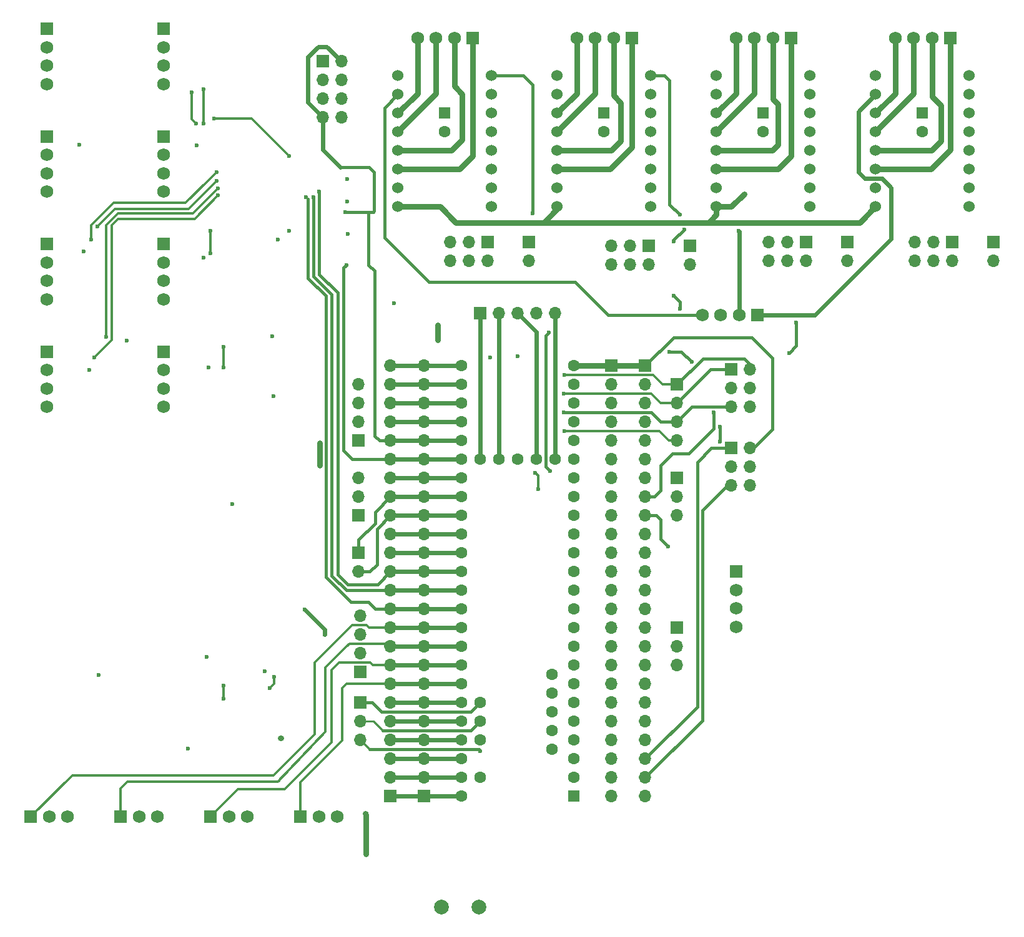
<source format=gbr>
G04 #@! TF.FileFunction,Copper,L4,Bot,Signal*
%FSLAX46Y46*%
G04 Gerber Fmt 4.6, Leading zero omitted, Abs format (unit mm)*
G04 Created by KiCad (PCBNEW 4.0.7-e2-6376~61~ubuntu18.04.1) date Fri Mar 15 16:23:44 2019*
%MOMM*%
%LPD*%
G01*
G04 APERTURE LIST*
%ADD10C,0.100000*%
%ADD11R,1.600000X1.600000*%
%ADD12C,1.600000*%
%ADD13R,1.700000X1.700000*%
%ADD14O,1.700000X1.700000*%
%ADD15C,1.524000*%
%ADD16R,1.750000X1.750000*%
%ADD17C,1.750000*%
%ADD18C,2.000000*%
%ADD19C,0.600000*%
%ADD20C,0.750000*%
%ADD21C,0.400000*%
%ADD22C,0.600000*%
%ADD23C,0.350000*%
%ADD24C,0.250000*%
%ADD25C,0.300000*%
G04 APERTURE END LIST*
D10*
D11*
X154700000Y-50210000D03*
D12*
X154700000Y-52710000D03*
D11*
X111520000Y-50210000D03*
D12*
X111520000Y-52710000D03*
D11*
X89930000Y-50210000D03*
D12*
X89930000Y-52710000D03*
D11*
X133110000Y-50210000D03*
D12*
X133110000Y-52710000D03*
D13*
X128792000Y-95676000D03*
D14*
X131332000Y-95676000D03*
X128792000Y-98216000D03*
X131332000Y-98216000D03*
X128792000Y-100756000D03*
X131332000Y-100756000D03*
D13*
X128792000Y-85008000D03*
D14*
X131332000Y-85008000D03*
X128792000Y-87548000D03*
X131332000Y-87548000D03*
X128792000Y-90088000D03*
X131332000Y-90088000D03*
D13*
X78246000Y-109900000D03*
D14*
X78246000Y-112440000D03*
D13*
X94756000Y-77388000D03*
D14*
X97296000Y-77388000D03*
X99836000Y-77388000D03*
X102376000Y-77388000D03*
X104916000Y-77388000D03*
D13*
X78246000Y-104820000D03*
D14*
X78246000Y-102280000D03*
X78246000Y-99740000D03*
D13*
X121426000Y-120060000D03*
D14*
X121426000Y-122600000D03*
X121426000Y-125140000D03*
D13*
X78500000Y-130220000D03*
D14*
X78500000Y-132760000D03*
X78500000Y-135300000D03*
D13*
X78500000Y-126029000D03*
D14*
X78500000Y-123489000D03*
X78500000Y-120949000D03*
X78500000Y-118409000D03*
D13*
X121426000Y-99740000D03*
D14*
X121426000Y-102280000D03*
X121426000Y-104820000D03*
D13*
X78246000Y-94660000D03*
D14*
X78246000Y-92120000D03*
X78246000Y-89580000D03*
X78246000Y-87040000D03*
D13*
X121426000Y-87040000D03*
D14*
X121426000Y-89580000D03*
X121426000Y-92120000D03*
X121426000Y-94660000D03*
D13*
X158764000Y-67736000D03*
D14*
X158764000Y-70276000D03*
X156224000Y-67736000D03*
X156224000Y-70276000D03*
X153684000Y-67736000D03*
X153684000Y-70276000D03*
D13*
X138952000Y-67736000D03*
D14*
X138952000Y-70276000D03*
X136412000Y-67736000D03*
X136412000Y-70276000D03*
X133872000Y-67736000D03*
X133872000Y-70276000D03*
D13*
X117616000Y-68244000D03*
D14*
X117616000Y-70784000D03*
X115076000Y-68244000D03*
X115076000Y-70784000D03*
X112536000Y-68244000D03*
X112536000Y-70784000D03*
D13*
X95772000Y-67736000D03*
D14*
X95772000Y-70276000D03*
X93232000Y-67736000D03*
X93232000Y-70276000D03*
X90692000Y-67736000D03*
X90692000Y-70276000D03*
D13*
X164352000Y-67736000D03*
D14*
X164352000Y-70276000D03*
D13*
X144540000Y-67736000D03*
D14*
X144540000Y-70276000D03*
D13*
X123204000Y-68244000D03*
D14*
X123204000Y-70784000D03*
D13*
X101360000Y-67736000D03*
D14*
X101360000Y-70276000D03*
D12*
X107456000Y-102280000D03*
X107456000Y-99740000D03*
X107456000Y-97200000D03*
X107456000Y-94660000D03*
X107456000Y-104820000D03*
X107456000Y-107360000D03*
X107456000Y-109900000D03*
X107456000Y-92120000D03*
X107456000Y-89580000D03*
X107456000Y-87040000D03*
X107456000Y-84500000D03*
X104916000Y-97200000D03*
X102376000Y-97200000D03*
X99836000Y-97200000D03*
X97296000Y-97200000D03*
X94756000Y-97200000D03*
X92216000Y-84500000D03*
X92216000Y-87040000D03*
X92216000Y-89580000D03*
X92216000Y-92120000D03*
X92216000Y-94660000D03*
X92216000Y-97200000D03*
X92216000Y-99740000D03*
X92216000Y-102280000D03*
X107456000Y-112440000D03*
X107456000Y-114980000D03*
X107456000Y-117520000D03*
X107456000Y-120060000D03*
X107456000Y-122600000D03*
X107456000Y-125140000D03*
X107456000Y-127680000D03*
X107456000Y-130220000D03*
X107456000Y-132760000D03*
X107456000Y-135300000D03*
X107456000Y-137840000D03*
X107456000Y-140380000D03*
D11*
X107456000Y-142920000D03*
D12*
X92216000Y-104820000D03*
X92216000Y-107360000D03*
X92216000Y-109900000D03*
X92216000Y-112440000D03*
X92216000Y-114980000D03*
X92216000Y-117520000D03*
X92216000Y-120060000D03*
X92216000Y-122600000D03*
X92216000Y-125140000D03*
X92216000Y-127680000D03*
X92216000Y-130220000D03*
X92216000Y-132760000D03*
X92216000Y-135300000D03*
X92216000Y-137840000D03*
X92216000Y-140380000D03*
X92216000Y-142920000D03*
X94756000Y-140380000D03*
X94756000Y-135300000D03*
X94756000Y-132760000D03*
X94756000Y-130220000D03*
X104456000Y-136570000D03*
X104456000Y-134030000D03*
X104456000Y-131490000D03*
X104456000Y-128950000D03*
X104456000Y-126410000D03*
D15*
X161050000Y-62910000D03*
X148350000Y-45130000D03*
X161050000Y-60370000D03*
X161050000Y-57830000D03*
X161050000Y-55290000D03*
X161050000Y-52750000D03*
X161050000Y-50210000D03*
X161050000Y-47670000D03*
X161050000Y-45130000D03*
X148350000Y-47670000D03*
X148350000Y-50210000D03*
X148350000Y-52750000D03*
X148350000Y-55290000D03*
X148350000Y-57830000D03*
X148350000Y-60370000D03*
X148350000Y-62910000D03*
X139460000Y-62910000D03*
X126760000Y-45130000D03*
X139460000Y-60370000D03*
X139460000Y-57830000D03*
X139460000Y-55290000D03*
X139460000Y-52750000D03*
X139460000Y-50210000D03*
X139460000Y-47670000D03*
X139460000Y-45130000D03*
X126760000Y-47670000D03*
X126760000Y-50210000D03*
X126760000Y-52750000D03*
X126760000Y-55290000D03*
X126760000Y-57830000D03*
X126760000Y-60370000D03*
X126760000Y-62910000D03*
X117870000Y-62910000D03*
X105170000Y-45130000D03*
X117870000Y-60370000D03*
X117870000Y-57830000D03*
X117870000Y-55290000D03*
X117870000Y-52750000D03*
X117870000Y-50210000D03*
X117870000Y-47670000D03*
X117870000Y-45130000D03*
X105170000Y-47670000D03*
X105170000Y-50210000D03*
X105170000Y-52750000D03*
X105170000Y-55290000D03*
X105170000Y-57830000D03*
X105170000Y-60370000D03*
X105170000Y-62910000D03*
X96280000Y-62910000D03*
X83580000Y-45130000D03*
X96280000Y-60370000D03*
X96280000Y-57830000D03*
X96280000Y-55290000D03*
X96280000Y-52750000D03*
X96280000Y-50210000D03*
X96280000Y-47670000D03*
X96280000Y-45130000D03*
X83580000Y-47670000D03*
X83580000Y-50210000D03*
X83580000Y-52750000D03*
X83580000Y-55290000D03*
X83580000Y-57830000D03*
X83580000Y-60370000D03*
X83580000Y-62910000D03*
D13*
X87136000Y-142920000D03*
D14*
X87136000Y-140380000D03*
X87136000Y-137840000D03*
X87136000Y-135300000D03*
X87136000Y-132760000D03*
X87136000Y-130220000D03*
X87136000Y-127680000D03*
X87136000Y-125140000D03*
X87136000Y-122600000D03*
X87136000Y-120060000D03*
X87136000Y-117520000D03*
X87136000Y-114980000D03*
X87136000Y-112440000D03*
X87136000Y-109900000D03*
X87136000Y-107360000D03*
X87136000Y-104820000D03*
X87136000Y-102280000D03*
X87136000Y-99740000D03*
X87136000Y-97200000D03*
X87136000Y-94660000D03*
X87136000Y-92120000D03*
X87136000Y-89580000D03*
X87136000Y-87040000D03*
X87136000Y-84500000D03*
D13*
X82564000Y-142920000D03*
D14*
X82564000Y-140380000D03*
X82564000Y-137840000D03*
X82564000Y-135300000D03*
X82564000Y-132760000D03*
X82564000Y-130220000D03*
X82564000Y-127680000D03*
X82564000Y-125140000D03*
X82564000Y-122600000D03*
X82564000Y-120060000D03*
X82564000Y-117520000D03*
X82564000Y-114980000D03*
X82564000Y-112440000D03*
X82564000Y-109900000D03*
X82564000Y-107360000D03*
X82564000Y-104820000D03*
X82564000Y-102280000D03*
X82564000Y-99740000D03*
X82564000Y-97200000D03*
X82564000Y-94660000D03*
X82564000Y-92120000D03*
X82564000Y-89580000D03*
X82564000Y-87040000D03*
X82564000Y-84500000D03*
D13*
X117108000Y-84500000D03*
D14*
X117108000Y-87040000D03*
X117108000Y-89580000D03*
X117108000Y-92120000D03*
X117108000Y-94660000D03*
X117108000Y-97200000D03*
X117108000Y-99740000D03*
X117108000Y-102280000D03*
X117108000Y-104820000D03*
X117108000Y-107360000D03*
X117108000Y-109900000D03*
X117108000Y-112440000D03*
X117108000Y-114980000D03*
X117108000Y-117520000D03*
X117108000Y-120060000D03*
X117108000Y-122600000D03*
X117108000Y-125140000D03*
X117108000Y-127680000D03*
X117108000Y-130220000D03*
X117108000Y-132760000D03*
X117108000Y-135300000D03*
X117108000Y-137840000D03*
X117108000Y-140380000D03*
X117108000Y-142920000D03*
D13*
X112536000Y-84500000D03*
D14*
X112536000Y-87040000D03*
X112536000Y-89580000D03*
X112536000Y-92120000D03*
X112536000Y-94660000D03*
X112536000Y-97200000D03*
X112536000Y-99740000D03*
X112536000Y-102280000D03*
X112536000Y-104820000D03*
X112536000Y-107360000D03*
X112536000Y-109900000D03*
X112536000Y-112440000D03*
X112536000Y-114980000D03*
X112536000Y-117520000D03*
X112536000Y-120060000D03*
X112536000Y-122600000D03*
X112536000Y-125140000D03*
X112536000Y-127680000D03*
X112536000Y-130220000D03*
X112536000Y-132760000D03*
X112536000Y-135300000D03*
X112536000Y-137840000D03*
X112536000Y-140380000D03*
X112536000Y-142920000D03*
D16*
X33796000Y-145714000D03*
D17*
X36296000Y-145714000D03*
X38796000Y-145714000D03*
D16*
X45988000Y-145714000D03*
D17*
X48488000Y-145714000D03*
X50988000Y-145714000D03*
D16*
X58180000Y-145714000D03*
D17*
X60680000Y-145714000D03*
X63180000Y-145714000D03*
D16*
X132348000Y-77642000D03*
D17*
X129848000Y-77642000D03*
X127348000Y-77642000D03*
X124848000Y-77642000D03*
D16*
X70372000Y-145714000D03*
D17*
X72872000Y-145714000D03*
X75372000Y-145714000D03*
D16*
X35955000Y-38780000D03*
D17*
X35955000Y-41280000D03*
X35955000Y-43780000D03*
X35955000Y-46280000D03*
D16*
X35955000Y-53385000D03*
D17*
X35955000Y-55885000D03*
X35955000Y-58385000D03*
X35955000Y-60885000D03*
D16*
X35955000Y-67990000D03*
D17*
X35955000Y-70490000D03*
X35955000Y-72990000D03*
X35955000Y-75490000D03*
D16*
X35955000Y-82595000D03*
D17*
X35955000Y-85095000D03*
X35955000Y-87595000D03*
X35955000Y-90095000D03*
D16*
X51830000Y-82595000D03*
D17*
X51830000Y-85095000D03*
X51830000Y-87595000D03*
X51830000Y-90095000D03*
D16*
X51830000Y-67990000D03*
D17*
X51830000Y-70490000D03*
X51830000Y-72990000D03*
X51830000Y-75490000D03*
D16*
X51830000Y-53385000D03*
D17*
X51830000Y-55885000D03*
X51830000Y-58385000D03*
X51830000Y-60885000D03*
D16*
X51830000Y-38780000D03*
D17*
X51830000Y-41280000D03*
X51830000Y-43780000D03*
X51830000Y-46280000D03*
D16*
X129427000Y-112440000D03*
D17*
X129427000Y-114940000D03*
X129427000Y-117440000D03*
X129427000Y-119940000D03*
D13*
X73420000Y-43161500D03*
D14*
X75960000Y-43161500D03*
X73420000Y-45701500D03*
X75960000Y-45701500D03*
X73420000Y-48241500D03*
X75960000Y-48241500D03*
X73420000Y-50781500D03*
X75960000Y-50781500D03*
D16*
X158510000Y-40050000D03*
D17*
X156010000Y-40050000D03*
X153510000Y-40050000D03*
X151010000Y-40050000D03*
D16*
X136920000Y-40050000D03*
D17*
X134420000Y-40050000D03*
X131920000Y-40050000D03*
X129420000Y-40050000D03*
D16*
X115330000Y-40050000D03*
D17*
X112830000Y-40050000D03*
X110330000Y-40050000D03*
X107830000Y-40050000D03*
D16*
X93740000Y-40050000D03*
D17*
X91240000Y-40050000D03*
X88740000Y-40050000D03*
X86240000Y-40050000D03*
D18*
X89460000Y-158000000D03*
X94540000Y-158000000D03*
D19*
X83000000Y-76000000D03*
X57600000Y-124000000D03*
X65500000Y-126000000D03*
X99800000Y-83200000D03*
X43000000Y-126500000D03*
X76700000Y-59200000D03*
X68800000Y-66200000D03*
X66500000Y-80500000D03*
X66700000Y-88600000D03*
X61100000Y-103300000D03*
X67659500Y-135059500D03*
X96100000Y-83400000D03*
X41000000Y-69000000D03*
X46800000Y-81100000D03*
X41700000Y-85100000D03*
X76800000Y-66600000D03*
X76700000Y-62200000D03*
X40400000Y-54500000D03*
X56300000Y-54600000D03*
X67300000Y-67400000D03*
X57200000Y-69800000D03*
X57900000Y-84700000D03*
X55100000Y-136500000D03*
X58688000Y-50972000D03*
X68848000Y-56052000D03*
X59000000Y-58200000D03*
X42000000Y-67400000D03*
X59000000Y-59400000D03*
X42800000Y-65600000D03*
X59200000Y-60400000D03*
X44000000Y-80600000D03*
X42400000Y-83400000D03*
X59200000Y-61400000D03*
X57200000Y-47000000D03*
X57200000Y-51600000D03*
X55600000Y-47400000D03*
X56200000Y-51600000D03*
X58180000Y-69260000D03*
X58180000Y-66212000D03*
X59958000Y-84754000D03*
X59958000Y-81960000D03*
X130500000Y-61200000D03*
X73600000Y-121000000D03*
X70900000Y-117600000D03*
X79262000Y-150794000D03*
X79135000Y-145269500D03*
X66816000Y-126727500D03*
X66181000Y-128251500D03*
X59894500Y-129712000D03*
X59894500Y-127934000D03*
X76600000Y-70800000D03*
X106059000Y-88310000D03*
X106122500Y-85770000D03*
X106059000Y-90850000D03*
X71134000Y-61640000D03*
X72150000Y-61640000D03*
X72912000Y-60878000D03*
X73000000Y-98000000D03*
X73000000Y-95000000D03*
X89000000Y-81000000D03*
X89000000Y-79000000D03*
X76468000Y-63608500D03*
X101800000Y-63800000D03*
X104200000Y-98800000D03*
X104000000Y-80000000D03*
X127200000Y-94800000D03*
X127200000Y-92800000D03*
X121800000Y-64000000D03*
X122400000Y-66000000D03*
X121000000Y-67600000D03*
X121000000Y-75000000D03*
X121800000Y-76800000D03*
X120400000Y-82600000D03*
X123400000Y-84000000D03*
X137600000Y-78600000D03*
X136600000Y-82800000D03*
X126400000Y-90800000D03*
X120200000Y-109000000D03*
X94756000Y-136760500D03*
X102200000Y-99000000D03*
X102600000Y-101200000D03*
X106122500Y-93390000D03*
X129808000Y-66212000D03*
D20*
X67700000Y-135000000D02*
X67700000Y-135019000D01*
X67700000Y-135019000D02*
X67659500Y-135059500D01*
D21*
X87136000Y-107360000D02*
X82564000Y-107360000D01*
D22*
X92216000Y-140380000D02*
X82564000Y-140380000D01*
X92216000Y-107360000D02*
X82564000Y-107360000D01*
D21*
X87136000Y-137840000D02*
X92216000Y-137840000D01*
D22*
X92216000Y-137840000D02*
X82564000Y-137840000D01*
X102376000Y-97200000D02*
X102376000Y-79928000D01*
X102376000Y-79928000D02*
X99836000Y-77388000D01*
D23*
X82564000Y-120060000D02*
X79660000Y-120060000D01*
X39410000Y-140100000D02*
X33796000Y-145714000D01*
X66700000Y-140100000D02*
X39410000Y-140100000D01*
X72300000Y-134500000D02*
X66700000Y-140100000D01*
X72300000Y-124800000D02*
X72300000Y-134500000D01*
X77400000Y-119700000D02*
X72300000Y-124800000D01*
X79300000Y-119700000D02*
X77400000Y-119700000D01*
X79660000Y-120060000D02*
X79300000Y-119700000D01*
X82204000Y-119700000D02*
X82564000Y-120060000D01*
D21*
X87136000Y-120060000D02*
X92216000Y-120060000D01*
D22*
X92216000Y-120060000D02*
X82564000Y-120060000D01*
D23*
X76595000Y-122600000D02*
X76600000Y-122600000D01*
X77000000Y-122200000D02*
X82164000Y-122200000D01*
X76600000Y-122600000D02*
X77000000Y-122200000D01*
X82164000Y-122200000D02*
X82564000Y-122600000D01*
D21*
X92216000Y-122600000D02*
X87136000Y-122600000D01*
D23*
X67451000Y-140824500D02*
X67324000Y-140951500D01*
X45988000Y-141840500D02*
X46877000Y-140951500D01*
X46877000Y-140951500D02*
X67324000Y-140951500D01*
X67324000Y-140951500D02*
X67451000Y-140824500D01*
X45988000Y-145714000D02*
X45988000Y-141840500D01*
X73737500Y-125457500D02*
X76595000Y-122600000D01*
X73737500Y-134157000D02*
X73737500Y-125457500D01*
X67324000Y-140951500D02*
X73737500Y-134157000D01*
D22*
X92216000Y-122600000D02*
X82564000Y-122600000D01*
D23*
X82564000Y-125140000D02*
X80140000Y-125140000D01*
X61894000Y-142000000D02*
X58180000Y-145714000D01*
X68200000Y-142000000D02*
X61894000Y-142000000D01*
X74600000Y-135600000D02*
X68200000Y-142000000D01*
X74600000Y-125800000D02*
X74600000Y-135600000D01*
X75600000Y-124800000D02*
X74600000Y-125800000D01*
X79800000Y-124800000D02*
X75600000Y-124800000D01*
X80140000Y-125140000D02*
X79800000Y-124800000D01*
D21*
X87136000Y-125140000D02*
X82564000Y-125140000D01*
D22*
X92216000Y-125140000D02*
X82564000Y-125140000D01*
X82564000Y-142920000D02*
X87136000Y-142920000D01*
X92216000Y-142920000D02*
X82564000Y-142920000D01*
D23*
X63768000Y-50972000D02*
X58688000Y-50972000D01*
X68848000Y-56052000D02*
X63768000Y-50972000D01*
X45800000Y-62400000D02*
X45000000Y-62400000D01*
X57800000Y-59400000D02*
X54800000Y-62400000D01*
X58800000Y-58400000D02*
X57800000Y-59400000D01*
X59000000Y-58200000D02*
X58800000Y-58400000D01*
X54800000Y-62400000D02*
X45800000Y-62400000D01*
X42000000Y-65400000D02*
X42000000Y-67400000D01*
X45000000Y-62400000D02*
X42000000Y-65400000D01*
X59000000Y-59400000D02*
X55200000Y-63200000D01*
X55200000Y-63200000D02*
X46000000Y-63200000D01*
X45200000Y-63200000D02*
X42800000Y-65600000D01*
X46000000Y-63200000D02*
X45200000Y-63200000D01*
X45800000Y-63800000D02*
X45600000Y-63800000D01*
X59200000Y-60400000D02*
X55800000Y-63800000D01*
X55800000Y-63800000D02*
X45800000Y-63800000D01*
X44000000Y-65400000D02*
X44000000Y-80600000D01*
X45600000Y-63800000D02*
X44000000Y-65400000D01*
X45800000Y-64600000D02*
X45600000Y-64600000D01*
X45600000Y-64600000D02*
X44800000Y-65400000D01*
X44800000Y-81000000D02*
X42400000Y-83400000D01*
X44800000Y-65400000D02*
X44800000Y-81000000D01*
X56000000Y-64600000D02*
X45800000Y-64600000D01*
X59200000Y-61400000D02*
X56000000Y-64600000D01*
X57200000Y-51600000D02*
X57200000Y-47000000D01*
X55600000Y-51000000D02*
X55600000Y-47400000D01*
X56200000Y-51600000D02*
X55600000Y-51000000D01*
X58180000Y-66212000D02*
X58180000Y-69260000D01*
X59958000Y-84246000D02*
X59958000Y-84754000D01*
X59958000Y-81960000D02*
X59958000Y-84246000D01*
D22*
X94756000Y-77388000D02*
X94756000Y-97200000D01*
X97296000Y-77388000D02*
X97296000Y-97200000D01*
D20*
X117108000Y-84500000D02*
X112536000Y-84500000D01*
X112536000Y-84500000D02*
X107456000Y-84500000D01*
D24*
X131332000Y-95676000D02*
X131776500Y-95676000D01*
D21*
X131776500Y-95676000D02*
X134316500Y-93136000D01*
X134316500Y-93136000D02*
X134316500Y-83420500D01*
X134316500Y-83420500D02*
X131522500Y-80626500D01*
X131522500Y-80626500D02*
X120981500Y-80626500D01*
X120981500Y-80626500D02*
X117108000Y-84500000D01*
D20*
X128790000Y-62910000D02*
X126760000Y-62910000D01*
X130500000Y-61200000D02*
X128790000Y-62910000D01*
D22*
X73600000Y-120300000D02*
X73600000Y-121000000D01*
X70900000Y-117600000D02*
X73600000Y-120300000D01*
D20*
X79262000Y-145396500D02*
X79262000Y-150794000D01*
X79135000Y-145269500D02*
X79262000Y-145396500D01*
X126760000Y-62910000D02*
X126760000Y-63989500D01*
X126760000Y-63989500D02*
X125680500Y-65069000D01*
X105170000Y-62910000D02*
X105170000Y-63227500D01*
X105170000Y-63227500D02*
X103328500Y-65069000D01*
X103011000Y-65069000D02*
X103328500Y-65069000D01*
X103328500Y-65069000D02*
X125680500Y-65069000D01*
X125680500Y-65069000D02*
X146191000Y-65069000D01*
X146191000Y-65069000D02*
X148350000Y-62910000D01*
X83580000Y-62910000D02*
X89295000Y-62910000D01*
X91454000Y-65069000D02*
X103011000Y-65069000D01*
X89295000Y-62910000D02*
X91454000Y-65069000D01*
D25*
X66816000Y-127616500D02*
X66816000Y-126727500D01*
X66181000Y-128251500D02*
X66816000Y-127616500D01*
X59894500Y-127934000D02*
X59894500Y-129712000D01*
D21*
X82564000Y-97200000D02*
X77400000Y-97200000D01*
X76200000Y-71200000D02*
X76600000Y-70800000D01*
X76200000Y-96000000D02*
X76200000Y-71200000D01*
X77400000Y-97200000D02*
X76200000Y-96000000D01*
X92216000Y-97200000D02*
X87136000Y-97200000D01*
D22*
X92216000Y-97200000D02*
X82564000Y-97200000D01*
D21*
X128792000Y-95676000D02*
X126061500Y-95676000D01*
X124156500Y-130791500D02*
X117108000Y-137840000D01*
X124156500Y-97581000D02*
X124156500Y-130791500D01*
X126061500Y-95676000D02*
X124156500Y-97581000D01*
D24*
X128792000Y-100756000D02*
X128220500Y-100756000D01*
D21*
X128220500Y-100756000D02*
X124855000Y-104121500D01*
X124855000Y-104121500D02*
X124855000Y-132633000D01*
X124855000Y-132633000D02*
X117108000Y-140380000D01*
X128792000Y-85008000D02*
X125998000Y-85008000D01*
X125998000Y-85008000D02*
X121426000Y-89580000D01*
D25*
X121426000Y-89580000D02*
X119203500Y-89580000D01*
D23*
X117933500Y-88310000D02*
X106059000Y-88310000D01*
D25*
X119203500Y-89580000D02*
X117933500Y-88310000D01*
D24*
X131332000Y-85008000D02*
X131332000Y-84309500D01*
D21*
X131332000Y-84309500D02*
X130570000Y-83547500D01*
X130570000Y-83547500D02*
X124918500Y-83547500D01*
X124918500Y-83547500D02*
X121426000Y-87040000D01*
D23*
X121426000Y-87040000D02*
X119457500Y-87040000D01*
X118187500Y-85770000D02*
X106122500Y-85770000D01*
X119457500Y-87040000D02*
X118187500Y-85770000D01*
D21*
X128792000Y-90088000D02*
X123458000Y-90088000D01*
X123458000Y-90088000D02*
X121426000Y-92120000D01*
X121426000Y-92120000D02*
X119203500Y-92120000D01*
X117933500Y-90850000D02*
X106059000Y-90850000D01*
X119203500Y-92120000D02*
X117933500Y-90850000D01*
X87136000Y-102280000D02*
X82564000Y-102280000D01*
X78246000Y-109900000D02*
X78246000Y-108122000D01*
X80468500Y-104375500D02*
X82564000Y-102280000D01*
X80468500Y-105899500D02*
X80468500Y-104375500D01*
X78246000Y-108122000D02*
X80468500Y-105899500D01*
D24*
X78246000Y-109900000D02*
X78246000Y-109709500D01*
D22*
X92216000Y-102280000D02*
X82564000Y-102280000D01*
D21*
X87136000Y-104820000D02*
X92216000Y-104820000D01*
X78246000Y-112440000D02*
X79770000Y-112440000D01*
X80722500Y-106661500D02*
X82564000Y-104820000D01*
X80722500Y-111487500D02*
X80722500Y-106661500D01*
X79770000Y-112440000D02*
X80722500Y-111487500D01*
D22*
X92216000Y-104820000D02*
X82564000Y-104820000D01*
D21*
X92216000Y-135300000D02*
X87136000Y-135300000D01*
D22*
X92216000Y-135300000D02*
X82564000Y-135300000D01*
D21*
X82564000Y-132760000D02*
X87136000Y-132760000D01*
D22*
X92216000Y-132760000D02*
X82564000Y-132760000D01*
D21*
X87136000Y-130220000D02*
X82564000Y-130220000D01*
D22*
X92216000Y-130220000D02*
X82564000Y-130220000D01*
D21*
X82564000Y-127680000D02*
X87136000Y-127680000D01*
D23*
X70372000Y-145714000D02*
X70372000Y-141015000D01*
X76595000Y-127680000D02*
X82564000Y-127680000D01*
X76023500Y-128251500D02*
X76595000Y-127680000D01*
X76023500Y-135363500D02*
X76023500Y-128251500D01*
X70372000Y-141015000D02*
X76023500Y-135363500D01*
D22*
X92216000Y-127680000D02*
X82564000Y-127680000D01*
D21*
X87136000Y-117520000D02*
X92216000Y-117520000D01*
X82564000Y-117520000D02*
X80520000Y-117520000D01*
D23*
X71134000Y-61640000D02*
X71388000Y-61894000D01*
D21*
X71388000Y-61894000D02*
X71388000Y-67736000D01*
X71388000Y-72588000D02*
X71388000Y-67736000D01*
X73800000Y-75000000D02*
X71388000Y-72588000D01*
X73800000Y-113200000D02*
X73800000Y-75000000D01*
X77200000Y-116600000D02*
X73800000Y-113200000D01*
X79600000Y-116600000D02*
X77200000Y-116600000D01*
X80520000Y-117520000D02*
X79600000Y-116600000D01*
D22*
X92216000Y-117520000D02*
X82564000Y-117520000D01*
D21*
X92216000Y-114980000D02*
X87136000Y-114980000D01*
X82564000Y-114980000D02*
X76580000Y-114980000D01*
X72150000Y-61640000D02*
X72150000Y-67736000D01*
X72150000Y-72361998D02*
X72150000Y-67736000D01*
X74600000Y-74811998D02*
X72150000Y-72361998D01*
X74600000Y-113000000D02*
X74600000Y-74811998D01*
X76580000Y-114980000D02*
X74600000Y-113000000D01*
D22*
X92216000Y-114980000D02*
X82564000Y-114980000D01*
D21*
X87136000Y-112440000D02*
X92216000Y-112440000D01*
X72912000Y-67736000D02*
X72912000Y-72112000D01*
X72912000Y-60878000D02*
X72912000Y-67736000D01*
X80804000Y-114200000D02*
X82564000Y-112440000D01*
X76800000Y-114200000D02*
X80804000Y-114200000D01*
X75400000Y-112800000D02*
X76800000Y-114200000D01*
X75400000Y-74600000D02*
X75400000Y-112800000D01*
X72912000Y-72112000D02*
X75400000Y-74600000D01*
D22*
X92216000Y-112440000D02*
X82564000Y-112440000D01*
D21*
X82564000Y-109900000D02*
X87136000Y-109900000D01*
D22*
X92216000Y-109900000D02*
X82564000Y-109900000D01*
D20*
X73000000Y-95000000D02*
X73000000Y-98000000D01*
X89000000Y-79000000D02*
X89000000Y-81000000D01*
D21*
X87136000Y-99740000D02*
X92216000Y-99740000D01*
D22*
X92216000Y-99740000D02*
X82564000Y-99740000D01*
D21*
X82564000Y-94660000D02*
X81060000Y-94660000D01*
X79600000Y-70800000D02*
X79600000Y-63608500D01*
X80400000Y-71600000D02*
X79600000Y-70800000D01*
X80400000Y-94000000D02*
X80400000Y-71600000D01*
X81060000Y-94660000D02*
X80400000Y-94000000D01*
X92216000Y-94660000D02*
X87136000Y-94660000D01*
D24*
X75960000Y-43161500D02*
X75896500Y-43161500D01*
D22*
X75896500Y-43161500D02*
X73928000Y-41193000D01*
X73928000Y-41193000D02*
X72785000Y-41193000D01*
X72785000Y-41193000D02*
X71388000Y-42590000D01*
X71388000Y-42590000D02*
X71388000Y-48749500D01*
X71388000Y-48749500D02*
X73420000Y-50781500D01*
X73420000Y-50781500D02*
X73420000Y-55163000D01*
X73420000Y-55163000D02*
X75769500Y-57512500D01*
D21*
X75769500Y-57512500D02*
X79643000Y-57512500D01*
X79643000Y-57512500D02*
X80341500Y-58211000D01*
X80341500Y-58211000D02*
X80341500Y-63481500D01*
X80341500Y-63481500D02*
X80214500Y-63608500D01*
X80214500Y-63608500D02*
X79600000Y-63608500D01*
X79600000Y-63608500D02*
X76468000Y-63608500D01*
D22*
X92216000Y-94660000D02*
X82564000Y-94660000D01*
X82564000Y-92120000D02*
X87136000Y-92120000D01*
X82564000Y-92120000D02*
X92216000Y-92120000D01*
X87136000Y-89580000D02*
X82564000Y-89580000D01*
X92216000Y-89580000D02*
X82564000Y-89580000D01*
X92216000Y-87040000D02*
X87136000Y-87040000D01*
X92216000Y-87040000D02*
X82564000Y-87040000D01*
X92216000Y-84500000D02*
X87136000Y-84500000D01*
X82564000Y-84500000D02*
X92216000Y-84500000D01*
D21*
X100530000Y-45130000D02*
X101800000Y-46400000D01*
X101800000Y-46400000D02*
X101800000Y-63800000D01*
X96280000Y-45130000D02*
X100530000Y-45130000D01*
X103600000Y-98200000D02*
X104200000Y-98800000D01*
X103600000Y-80400000D02*
X103600000Y-98200000D01*
X104000000Y-80000000D02*
X103600000Y-80400000D01*
X127200000Y-92800000D02*
X127200000Y-94800000D01*
X120400000Y-82600000D02*
X122000000Y-82600000D01*
X119730000Y-45130000D02*
X120400000Y-45800000D01*
X120400000Y-45800000D02*
X120400000Y-62600000D01*
X120400000Y-62600000D02*
X121800000Y-64000000D01*
X122400000Y-66000000D02*
X121000000Y-67400000D01*
X121000000Y-67400000D02*
X121000000Y-67600000D01*
X121000000Y-75000000D02*
X121800000Y-75800000D01*
X121800000Y-75800000D02*
X121800000Y-76800000D01*
X117870000Y-45130000D02*
X119730000Y-45130000D01*
X122000000Y-82600000D02*
X123400000Y-84000000D01*
X117108000Y-102280000D02*
X118320000Y-102280000D01*
X137600000Y-81800000D02*
X137600000Y-78600000D01*
X136600000Y-82800000D02*
X137600000Y-81800000D01*
X126400000Y-93000000D02*
X126400000Y-90800000D01*
X123000000Y-96400000D02*
X126400000Y-93000000D01*
X120800000Y-96400000D02*
X123000000Y-96400000D01*
X119200000Y-98000000D02*
X120800000Y-96400000D01*
X119200000Y-101400000D02*
X119200000Y-98000000D01*
X118320000Y-102280000D02*
X119200000Y-101400000D01*
X118620000Y-104820000D02*
X117108000Y-104820000D01*
X119200000Y-105400000D02*
X118620000Y-104820000D01*
X119200000Y-108000000D02*
X119200000Y-105400000D01*
X120200000Y-109000000D02*
X119200000Y-108000000D01*
D22*
X104916000Y-77388000D02*
X104916000Y-97200000D01*
D21*
X78500000Y-130220000D02*
X80087500Y-130220000D01*
X93486000Y-131490000D02*
X94756000Y-130220000D01*
X81357500Y-131490000D02*
X93486000Y-131490000D01*
X80087500Y-130220000D02*
X81357500Y-131490000D01*
D24*
X78500000Y-132760000D02*
X80278000Y-132760000D01*
D21*
X93486000Y-134030000D02*
X94756000Y-132760000D01*
X81548000Y-134030000D02*
X93486000Y-134030000D01*
D24*
X80278000Y-132760000D02*
X81548000Y-134030000D01*
X79770000Y-136570000D02*
X78500000Y-135300000D01*
D21*
X94565500Y-136570000D02*
X79770000Y-136570000D01*
D24*
X94756000Y-136760500D02*
X94565500Y-136570000D01*
D23*
X102200000Y-99000000D02*
X102600000Y-99400000D01*
X102600000Y-99400000D02*
X102600000Y-101200000D01*
X121426000Y-94660000D02*
X120283000Y-94660000D01*
X119013000Y-93390000D02*
X106122500Y-93390000D01*
X120283000Y-94660000D02*
X119013000Y-93390000D01*
D22*
X132348000Y-77642000D02*
X140095000Y-77642000D01*
X146000500Y-50019500D02*
X148350000Y-47670000D01*
X146000500Y-58211000D02*
X146000500Y-50019500D01*
X146889500Y-59100000D02*
X146000500Y-58211000D01*
X149239000Y-59100000D02*
X146889500Y-59100000D01*
X150445500Y-60306500D02*
X149239000Y-59100000D01*
X150445500Y-67291500D02*
X150445500Y-60306500D01*
X140095000Y-77642000D02*
X150445500Y-67291500D01*
X129848000Y-77642000D02*
X129848000Y-66252000D01*
D23*
X129848000Y-66252000D02*
X129808000Y-66212000D01*
D21*
X124848000Y-77642000D02*
X112091500Y-77642000D01*
X81738500Y-49511500D02*
X83580000Y-47670000D01*
X81738500Y-67101000D02*
X81738500Y-49511500D01*
X87771000Y-73133500D02*
X81738500Y-67101000D01*
X107583000Y-73133500D02*
X87771000Y-73133500D01*
X112091500Y-77642000D02*
X107583000Y-73133500D01*
D20*
X158510000Y-40050000D02*
X158510000Y-44710000D01*
X158510000Y-44710000D02*
X158510000Y-55163000D01*
X155843000Y-57830000D02*
X148350000Y-57830000D01*
X158510000Y-55163000D02*
X155843000Y-57830000D01*
X156010000Y-40050000D02*
X156010000Y-47964000D01*
X155906500Y-55290000D02*
X148350000Y-55290000D01*
X157176500Y-54020000D02*
X155906500Y-55290000D01*
X157176500Y-49130500D02*
X157176500Y-54020000D01*
X156010000Y-47964000D02*
X157176500Y-49130500D01*
X153510000Y-40050000D02*
X153510000Y-47590000D01*
X153510000Y-47590000D02*
X148350000Y-52750000D01*
X151010000Y-40050000D02*
X151010000Y-47550000D01*
X151010000Y-47550000D02*
X148350000Y-50210000D01*
X136920000Y-40050000D02*
X136920000Y-56052000D01*
X135142000Y-57830000D02*
X126760000Y-57830000D01*
X136920000Y-56052000D02*
X135142000Y-57830000D01*
X134420000Y-40050000D02*
X134420000Y-48281500D01*
X134316500Y-55290000D02*
X126760000Y-55290000D01*
X135142000Y-54464500D02*
X134316500Y-55290000D01*
X135142000Y-49003500D02*
X135142000Y-54464500D01*
X134420000Y-48281500D02*
X135142000Y-49003500D01*
X131920000Y-40050000D02*
X131920000Y-47590000D01*
X131920000Y-47590000D02*
X126760000Y-52750000D01*
X129420000Y-40050000D02*
X129420000Y-47550000D01*
X129420000Y-47550000D02*
X126760000Y-50210000D01*
X115330000Y-40050000D02*
X115330000Y-54845500D01*
X112345500Y-57830000D02*
X105170000Y-57830000D01*
X115330000Y-54845500D02*
X112345500Y-57830000D01*
X105170000Y-55290000D02*
X112472500Y-55290000D01*
X112830000Y-47837000D02*
X112830000Y-40050000D01*
X113806000Y-48813000D02*
X112830000Y-47837000D01*
X113806000Y-53956500D02*
X113806000Y-48813000D01*
X112472500Y-55290000D02*
X113806000Y-53956500D01*
X110330000Y-40050000D02*
X110330000Y-47590000D01*
X110330000Y-47590000D02*
X105170000Y-52750000D01*
X107830000Y-40050000D02*
X107830000Y-47550000D01*
X107830000Y-47550000D02*
X105170000Y-50210000D01*
X83580000Y-57830000D02*
X91962000Y-57830000D01*
X93740000Y-56052000D02*
X93740000Y-40050000D01*
X91962000Y-57830000D02*
X93740000Y-56052000D01*
X83580000Y-55290000D02*
X90819000Y-55290000D01*
X91240000Y-46567000D02*
X91240000Y-40050000D01*
X92279500Y-47606500D02*
X91240000Y-46567000D01*
X92279500Y-53829500D02*
X92279500Y-47606500D01*
X90819000Y-55290000D02*
X92279500Y-53829500D01*
X88740000Y-40050000D02*
X88740000Y-47590000D01*
X88740000Y-47590000D02*
X83580000Y-52750000D01*
X86240000Y-40050000D02*
X86240000Y-47550000D01*
X86240000Y-47550000D02*
X83580000Y-50210000D01*
M02*

</source>
